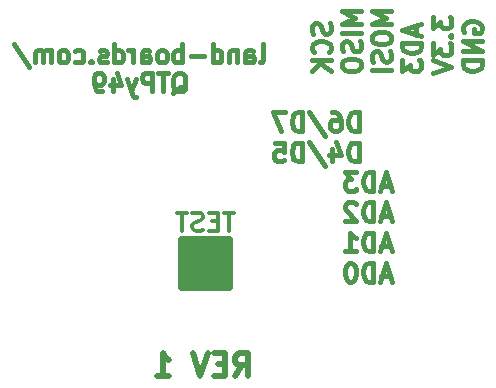
<source format=gbo>
%TF.GenerationSoftware,KiCad,Pcbnew,(6.0.1)*%
%TF.CreationDate,2022-06-03T05:47:02-04:00*%
%TF.ProjectId,QTPy49,51545079-3439-42e6-9b69-6361645f7063,rev?*%
%TF.SameCoordinates,Original*%
%TF.FileFunction,Legend,Bot*%
%TF.FilePolarity,Positive*%
%FSLAX46Y46*%
G04 Gerber Fmt 4.6, Leading zero omitted, Abs format (unit mm)*
G04 Created by KiCad (PCBNEW (6.0.1)) date 2022-06-03 05:47:02*
%MOMM*%
%LPD*%
G01*
G04 APERTURE LIST*
%ADD10C,0.396875*%
%ADD11C,0.476250*%
%ADD12C,0.381000*%
%ADD13C,0.304800*%
%ADD14C,0.650000*%
G04 APERTURE END LIST*
D10*
X32450154Y-17750989D02*
X32525749Y-17977775D01*
X32525749Y-18355751D01*
X32450154Y-18506941D01*
X32374559Y-18582537D01*
X32223368Y-18658132D01*
X32072178Y-18658132D01*
X31920987Y-18582537D01*
X31845392Y-18506941D01*
X31769797Y-18355751D01*
X31694202Y-18053370D01*
X31618606Y-17902179D01*
X31543011Y-17826584D01*
X31391821Y-17750989D01*
X31240630Y-17750989D01*
X31089440Y-17826584D01*
X31013845Y-17902179D01*
X30938249Y-18053370D01*
X30938249Y-18431346D01*
X31013845Y-18658132D01*
X32374559Y-20245632D02*
X32450154Y-20170037D01*
X32525749Y-19943251D01*
X32525749Y-19792060D01*
X32450154Y-19565275D01*
X32298964Y-19414084D01*
X32147773Y-19338489D01*
X31845392Y-19262894D01*
X31618606Y-19262894D01*
X31316225Y-19338489D01*
X31165035Y-19414084D01*
X31013845Y-19565275D01*
X30938249Y-19792060D01*
X30938249Y-19943251D01*
X31013845Y-20170037D01*
X31089440Y-20245632D01*
X32525749Y-20925989D02*
X30938249Y-20925989D01*
X32525749Y-21833132D02*
X31618606Y-21152775D01*
X30938249Y-21833132D02*
X31845392Y-20925989D01*
X35081624Y-16768251D02*
X33494124Y-16768251D01*
X34628053Y-17297418D01*
X33494124Y-17826584D01*
X35081624Y-17826584D01*
X35081624Y-18582537D02*
X33494124Y-18582537D01*
X35006029Y-19262894D02*
X35081624Y-19489679D01*
X35081624Y-19867656D01*
X35006029Y-20018846D01*
X34930434Y-20094441D01*
X34779243Y-20170037D01*
X34628053Y-20170037D01*
X34476862Y-20094441D01*
X34401267Y-20018846D01*
X34325672Y-19867656D01*
X34250077Y-19565275D01*
X34174481Y-19414084D01*
X34098886Y-19338489D01*
X33947696Y-19262894D01*
X33796505Y-19262894D01*
X33645315Y-19338489D01*
X33569720Y-19414084D01*
X33494124Y-19565275D01*
X33494124Y-19943251D01*
X33569720Y-20170037D01*
X33494124Y-21152775D02*
X33494124Y-21455156D01*
X33569720Y-21606346D01*
X33720910Y-21757537D01*
X34023291Y-21833132D01*
X34552458Y-21833132D01*
X34854839Y-21757537D01*
X35006029Y-21606346D01*
X35081624Y-21455156D01*
X35081624Y-21152775D01*
X35006029Y-21001584D01*
X34854839Y-20850394D01*
X34552458Y-20774798D01*
X34023291Y-20774798D01*
X33720910Y-20850394D01*
X33569720Y-21001584D01*
X33494124Y-21152775D01*
X37637499Y-16768251D02*
X36049999Y-16768251D01*
X37183928Y-17297418D01*
X36049999Y-17826584D01*
X37637499Y-17826584D01*
X36049999Y-18884918D02*
X36049999Y-19187298D01*
X36125595Y-19338489D01*
X36276785Y-19489679D01*
X36579166Y-19565275D01*
X37108333Y-19565275D01*
X37410714Y-19489679D01*
X37561904Y-19338489D01*
X37637499Y-19187298D01*
X37637499Y-18884918D01*
X37561904Y-18733727D01*
X37410714Y-18582537D01*
X37108333Y-18506941D01*
X36579166Y-18506941D01*
X36276785Y-18582537D01*
X36125595Y-18733727D01*
X36049999Y-18884918D01*
X37561904Y-20170037D02*
X37637499Y-20396822D01*
X37637499Y-20774798D01*
X37561904Y-20925989D01*
X37486309Y-21001584D01*
X37335118Y-21077179D01*
X37183928Y-21077179D01*
X37032737Y-21001584D01*
X36957142Y-20925989D01*
X36881547Y-20774798D01*
X36805952Y-20472418D01*
X36730356Y-20321227D01*
X36654761Y-20245632D01*
X36503571Y-20170037D01*
X36352380Y-20170037D01*
X36201190Y-20245632D01*
X36125595Y-20321227D01*
X36049999Y-20472418D01*
X36049999Y-20850394D01*
X36125595Y-21077179D01*
X37637499Y-21757537D02*
X36049999Y-21757537D01*
X39739803Y-17977775D02*
X39739803Y-18733727D01*
X40193374Y-17826584D02*
X38605874Y-18355751D01*
X40193374Y-18884918D01*
X40193374Y-19414084D02*
X38605874Y-19414084D01*
X38605874Y-19792060D01*
X38681470Y-20018846D01*
X38832660Y-20170037D01*
X38983850Y-20245632D01*
X39286231Y-20321227D01*
X39513017Y-20321227D01*
X39815398Y-20245632D01*
X39966589Y-20170037D01*
X40117779Y-20018846D01*
X40193374Y-19792060D01*
X40193374Y-19414084D01*
X38605874Y-20850394D02*
X38605874Y-21833132D01*
X39210636Y-21303965D01*
X39210636Y-21530751D01*
X39286231Y-21681941D01*
X39361827Y-21757537D01*
X39513017Y-21833132D01*
X39890993Y-21833132D01*
X40042184Y-21757537D01*
X40117779Y-21681941D01*
X40193374Y-21530751D01*
X40193374Y-21077179D01*
X40117779Y-20925989D01*
X40042184Y-20850394D01*
X41161749Y-17221822D02*
X41161749Y-18204560D01*
X41766511Y-17675394D01*
X41766511Y-17902179D01*
X41842106Y-18053370D01*
X41917702Y-18128965D01*
X42068892Y-18204560D01*
X42446868Y-18204560D01*
X42598059Y-18128965D01*
X42673654Y-18053370D01*
X42749249Y-17902179D01*
X42749249Y-17448608D01*
X42673654Y-17297418D01*
X42598059Y-17221822D01*
X42598059Y-18884918D02*
X42673654Y-18960513D01*
X42749249Y-18884918D01*
X42673654Y-18809322D01*
X42598059Y-18884918D01*
X42749249Y-18884918D01*
X41161749Y-19489679D02*
X41161749Y-20472418D01*
X41766511Y-19943251D01*
X41766511Y-20170037D01*
X41842106Y-20321227D01*
X41917702Y-20396822D01*
X42068892Y-20472418D01*
X42446868Y-20472418D01*
X42598059Y-20396822D01*
X42673654Y-20321227D01*
X42749249Y-20170037D01*
X42749249Y-19716465D01*
X42673654Y-19565275D01*
X42598059Y-19489679D01*
X41161749Y-20925989D02*
X42749249Y-21455156D01*
X41161749Y-21984322D01*
X43793220Y-18506941D02*
X43717624Y-18355751D01*
X43717624Y-18128965D01*
X43793220Y-17902179D01*
X43944410Y-17750989D01*
X44095600Y-17675394D01*
X44397981Y-17599798D01*
X44624767Y-17599798D01*
X44927148Y-17675394D01*
X45078339Y-17750989D01*
X45229529Y-17902179D01*
X45305124Y-18128965D01*
X45305124Y-18280156D01*
X45229529Y-18506941D01*
X45153934Y-18582537D01*
X44624767Y-18582537D01*
X44624767Y-18280156D01*
X45305124Y-19262894D02*
X43717624Y-19262894D01*
X45305124Y-20170037D01*
X43717624Y-20170037D01*
X45305124Y-20925989D02*
X43717624Y-20925989D01*
X43717624Y-21303965D01*
X43793220Y-21530751D01*
X43944410Y-21681941D01*
X44095600Y-21757537D01*
X44397981Y-21833132D01*
X44624767Y-21833132D01*
X44927148Y-21757537D01*
X45078339Y-21681941D01*
X45229529Y-21530751D01*
X45305124Y-21303965D01*
X45305124Y-20925989D01*
D11*
X24408710Y-47639267D02*
X25043710Y-46732124D01*
X25497282Y-47639267D02*
X25497282Y-45734267D01*
X24771567Y-45734267D01*
X24590139Y-45824982D01*
X24499424Y-45915696D01*
X24408710Y-46097124D01*
X24408710Y-46369267D01*
X24499424Y-46550696D01*
X24590139Y-46641410D01*
X24771567Y-46732124D01*
X25497282Y-46732124D01*
X23592282Y-46641410D02*
X22957282Y-46641410D01*
X22685139Y-47639267D02*
X23592282Y-47639267D01*
X23592282Y-45734267D01*
X22685139Y-45734267D01*
X22140853Y-45734267D02*
X21505853Y-47639267D01*
X20870853Y-45734267D01*
X17786567Y-47639267D02*
X18875139Y-47639267D01*
X18330853Y-47639267D02*
X18330853Y-45734267D01*
X18512282Y-46006410D01*
X18693710Y-46187839D01*
X18875139Y-46278553D01*
D12*
X26549567Y-21094090D02*
X26694710Y-21021519D01*
X26767282Y-20876376D01*
X26767282Y-19570090D01*
X25315853Y-21094090D02*
X25315853Y-20295804D01*
X25388424Y-20150662D01*
X25533567Y-20078090D01*
X25823853Y-20078090D01*
X25968996Y-20150662D01*
X25315853Y-21021519D02*
X25460996Y-21094090D01*
X25823853Y-21094090D01*
X25968996Y-21021519D01*
X26041567Y-20876376D01*
X26041567Y-20731233D01*
X25968996Y-20586090D01*
X25823853Y-20513519D01*
X25460996Y-20513519D01*
X25315853Y-20440947D01*
X24590139Y-20078090D02*
X24590139Y-21094090D01*
X24590139Y-20223233D02*
X24517567Y-20150662D01*
X24372424Y-20078090D01*
X24154710Y-20078090D01*
X24009567Y-20150662D01*
X23936996Y-20295804D01*
X23936996Y-21094090D01*
X22558139Y-21094090D02*
X22558139Y-19570090D01*
X22558139Y-21021519D02*
X22703282Y-21094090D01*
X22993567Y-21094090D01*
X23138710Y-21021519D01*
X23211282Y-20948947D01*
X23283853Y-20803804D01*
X23283853Y-20368376D01*
X23211282Y-20223233D01*
X23138710Y-20150662D01*
X22993567Y-20078090D01*
X22703282Y-20078090D01*
X22558139Y-20150662D01*
X21832424Y-20513519D02*
X20671282Y-20513519D01*
X19945567Y-21094090D02*
X19945567Y-19570090D01*
X19945567Y-20150662D02*
X19800424Y-20078090D01*
X19510139Y-20078090D01*
X19364996Y-20150662D01*
X19292424Y-20223233D01*
X19219853Y-20368376D01*
X19219853Y-20803804D01*
X19292424Y-20948947D01*
X19364996Y-21021519D01*
X19510139Y-21094090D01*
X19800424Y-21094090D01*
X19945567Y-21021519D01*
X18348996Y-21094090D02*
X18494139Y-21021519D01*
X18566710Y-20948947D01*
X18639282Y-20803804D01*
X18639282Y-20368376D01*
X18566710Y-20223233D01*
X18494139Y-20150662D01*
X18348996Y-20078090D01*
X18131282Y-20078090D01*
X17986139Y-20150662D01*
X17913567Y-20223233D01*
X17840996Y-20368376D01*
X17840996Y-20803804D01*
X17913567Y-20948947D01*
X17986139Y-21021519D01*
X18131282Y-21094090D01*
X18348996Y-21094090D01*
X16534710Y-21094090D02*
X16534710Y-20295804D01*
X16607282Y-20150662D01*
X16752424Y-20078090D01*
X17042710Y-20078090D01*
X17187853Y-20150662D01*
X16534710Y-21021519D02*
X16679853Y-21094090D01*
X17042710Y-21094090D01*
X17187853Y-21021519D01*
X17260424Y-20876376D01*
X17260424Y-20731233D01*
X17187853Y-20586090D01*
X17042710Y-20513519D01*
X16679853Y-20513519D01*
X16534710Y-20440947D01*
X15808996Y-21094090D02*
X15808996Y-20078090D01*
X15808996Y-20368376D02*
X15736424Y-20223233D01*
X15663853Y-20150662D01*
X15518710Y-20078090D01*
X15373567Y-20078090D01*
X14212424Y-21094090D02*
X14212424Y-19570090D01*
X14212424Y-21021519D02*
X14357567Y-21094090D01*
X14647853Y-21094090D01*
X14792996Y-21021519D01*
X14865567Y-20948947D01*
X14938139Y-20803804D01*
X14938139Y-20368376D01*
X14865567Y-20223233D01*
X14792996Y-20150662D01*
X14647853Y-20078090D01*
X14357567Y-20078090D01*
X14212424Y-20150662D01*
X13559282Y-21021519D02*
X13414139Y-21094090D01*
X13123853Y-21094090D01*
X12978710Y-21021519D01*
X12906139Y-20876376D01*
X12906139Y-20803804D01*
X12978710Y-20658662D01*
X13123853Y-20586090D01*
X13341567Y-20586090D01*
X13486710Y-20513519D01*
X13559282Y-20368376D01*
X13559282Y-20295804D01*
X13486710Y-20150662D01*
X13341567Y-20078090D01*
X13123853Y-20078090D01*
X12978710Y-20150662D01*
X12252996Y-20948947D02*
X12180424Y-21021519D01*
X12252996Y-21094090D01*
X12325567Y-21021519D01*
X12252996Y-20948947D01*
X12252996Y-21094090D01*
X10874139Y-21021519D02*
X11019282Y-21094090D01*
X11309567Y-21094090D01*
X11454710Y-21021519D01*
X11527282Y-20948947D01*
X11599853Y-20803804D01*
X11599853Y-20368376D01*
X11527282Y-20223233D01*
X11454710Y-20150662D01*
X11309567Y-20078090D01*
X11019282Y-20078090D01*
X10874139Y-20150662D01*
X10003282Y-21094090D02*
X10148424Y-21021519D01*
X10220996Y-20948947D01*
X10293567Y-20803804D01*
X10293567Y-20368376D01*
X10220996Y-20223233D01*
X10148424Y-20150662D01*
X10003282Y-20078090D01*
X9785567Y-20078090D01*
X9640424Y-20150662D01*
X9567853Y-20223233D01*
X9495282Y-20368376D01*
X9495282Y-20803804D01*
X9567853Y-20948947D01*
X9640424Y-21021519D01*
X9785567Y-21094090D01*
X10003282Y-21094090D01*
X8842139Y-21094090D02*
X8842139Y-20078090D01*
X8842139Y-20223233D02*
X8769567Y-20150662D01*
X8624424Y-20078090D01*
X8406710Y-20078090D01*
X8261567Y-20150662D01*
X8188996Y-20295804D01*
X8188996Y-21094090D01*
X8188996Y-20295804D02*
X8116424Y-20150662D01*
X7971282Y-20078090D01*
X7753567Y-20078090D01*
X7608424Y-20150662D01*
X7535853Y-20295804D01*
X7535853Y-21094090D01*
X5721567Y-19497519D02*
X7027853Y-21456947D01*
X19147282Y-23692873D02*
X19292424Y-23620302D01*
X19437567Y-23475159D01*
X19655282Y-23257444D01*
X19800424Y-23184873D01*
X19945567Y-23184873D01*
X19872996Y-23547730D02*
X20018139Y-23475159D01*
X20163282Y-23330016D01*
X20235853Y-23039730D01*
X20235853Y-22531730D01*
X20163282Y-22241444D01*
X20018139Y-22096302D01*
X19872996Y-22023730D01*
X19582710Y-22023730D01*
X19437567Y-22096302D01*
X19292424Y-22241444D01*
X19219853Y-22531730D01*
X19219853Y-23039730D01*
X19292424Y-23330016D01*
X19437567Y-23475159D01*
X19582710Y-23547730D01*
X19872996Y-23547730D01*
X18784424Y-22023730D02*
X17913567Y-22023730D01*
X18348996Y-23547730D02*
X18348996Y-22023730D01*
X17405567Y-23547730D02*
X17405567Y-22023730D01*
X16824996Y-22023730D01*
X16679853Y-22096302D01*
X16607282Y-22168873D01*
X16534710Y-22314016D01*
X16534710Y-22531730D01*
X16607282Y-22676873D01*
X16679853Y-22749444D01*
X16824996Y-22822016D01*
X17405567Y-22822016D01*
X16026710Y-22531730D02*
X15663853Y-23547730D01*
X15300996Y-22531730D02*
X15663853Y-23547730D01*
X15808996Y-23910587D01*
X15881567Y-23983159D01*
X16026710Y-24055730D01*
X14067282Y-22531730D02*
X14067282Y-23547730D01*
X14430139Y-21951159D02*
X14792996Y-23039730D01*
X13849567Y-23039730D01*
X13196424Y-23547730D02*
X12906139Y-23547730D01*
X12760996Y-23475159D01*
X12688424Y-23402587D01*
X12543282Y-23184873D01*
X12470710Y-22894587D01*
X12470710Y-22314016D01*
X12543282Y-22168873D01*
X12615853Y-22096302D01*
X12760996Y-22023730D01*
X13051282Y-22023730D01*
X13196424Y-22096302D01*
X13268996Y-22168873D01*
X13341567Y-22314016D01*
X13341567Y-22676873D01*
X13268996Y-22822016D01*
X13196424Y-22894587D01*
X13051282Y-22967159D01*
X12760996Y-22967159D01*
X12615853Y-22894587D01*
X12543282Y-22822016D01*
X12470710Y-22676873D01*
D10*
X34892258Y-26913699D02*
X34892258Y-25326199D01*
X34514282Y-25326199D01*
X34287496Y-25401795D01*
X34136305Y-25552985D01*
X34060710Y-25704175D01*
X33985115Y-26006556D01*
X33985115Y-26233342D01*
X34060710Y-26535723D01*
X34136305Y-26686914D01*
X34287496Y-26838104D01*
X34514282Y-26913699D01*
X34892258Y-26913699D01*
X32624401Y-25326199D02*
X32926782Y-25326199D01*
X33077972Y-25401795D01*
X33153567Y-25477390D01*
X33304758Y-25704175D01*
X33380353Y-26006556D01*
X33380353Y-26611318D01*
X33304758Y-26762509D01*
X33229162Y-26838104D01*
X33077972Y-26913699D01*
X32775591Y-26913699D01*
X32624401Y-26838104D01*
X32548805Y-26762509D01*
X32473210Y-26611318D01*
X32473210Y-26233342D01*
X32548805Y-26082152D01*
X32624401Y-26006556D01*
X32775591Y-25930961D01*
X33077972Y-25930961D01*
X33229162Y-26006556D01*
X33304758Y-26082152D01*
X33380353Y-26233342D01*
X30658924Y-25250604D02*
X32019639Y-27291675D01*
X30129758Y-26913699D02*
X30129758Y-25326199D01*
X29751782Y-25326199D01*
X29524996Y-25401795D01*
X29373805Y-25552985D01*
X29298210Y-25704175D01*
X29222615Y-26006556D01*
X29222615Y-26233342D01*
X29298210Y-26535723D01*
X29373805Y-26686914D01*
X29524996Y-26838104D01*
X29751782Y-26913699D01*
X30129758Y-26913699D01*
X28693448Y-25326199D02*
X27635115Y-25326199D01*
X28315472Y-26913699D01*
X34892258Y-29469574D02*
X34892258Y-27882074D01*
X34514282Y-27882074D01*
X34287496Y-27957670D01*
X34136305Y-28108860D01*
X34060710Y-28260050D01*
X33985115Y-28562431D01*
X33985115Y-28789217D01*
X34060710Y-29091598D01*
X34136305Y-29242789D01*
X34287496Y-29393979D01*
X34514282Y-29469574D01*
X34892258Y-29469574D01*
X32624401Y-28411241D02*
X32624401Y-29469574D01*
X33002377Y-27806479D02*
X33380353Y-28940408D01*
X32397615Y-28940408D01*
X30658924Y-27806479D02*
X32019639Y-29847550D01*
X30129758Y-29469574D02*
X30129758Y-27882074D01*
X29751782Y-27882074D01*
X29524996Y-27957670D01*
X29373805Y-28108860D01*
X29298210Y-28260050D01*
X29222615Y-28562431D01*
X29222615Y-28789217D01*
X29298210Y-29091598D01*
X29373805Y-29242789D01*
X29524996Y-29393979D01*
X29751782Y-29469574D01*
X30129758Y-29469574D01*
X27786305Y-27882074D02*
X28542258Y-27882074D01*
X28617853Y-28638027D01*
X28542258Y-28562431D01*
X28391067Y-28486836D01*
X28013091Y-28486836D01*
X27861901Y-28562431D01*
X27786305Y-28638027D01*
X27710710Y-28789217D01*
X27710710Y-29167193D01*
X27786305Y-29318384D01*
X27861901Y-29393979D01*
X28013091Y-29469574D01*
X28391067Y-29469574D01*
X28542258Y-29393979D01*
X28617853Y-29318384D01*
X37584960Y-31524253D02*
X36829008Y-31524253D01*
X37736151Y-31977824D02*
X37206984Y-30390324D01*
X36677817Y-31977824D01*
X36148651Y-31977824D02*
X36148651Y-30390324D01*
X35770674Y-30390324D01*
X35543889Y-30465920D01*
X35392698Y-30617110D01*
X35317103Y-30768300D01*
X35241508Y-31070681D01*
X35241508Y-31297467D01*
X35317103Y-31599848D01*
X35392698Y-31751039D01*
X35543889Y-31902229D01*
X35770674Y-31977824D01*
X36148651Y-31977824D01*
X34712341Y-30390324D02*
X33729603Y-30390324D01*
X34258770Y-30995086D01*
X34031984Y-30995086D01*
X33880793Y-31070681D01*
X33805198Y-31146277D01*
X33729603Y-31297467D01*
X33729603Y-31675443D01*
X33805198Y-31826634D01*
X33880793Y-31902229D01*
X34031984Y-31977824D01*
X34485555Y-31977824D01*
X34636746Y-31902229D01*
X34712341Y-31826634D01*
X37584960Y-34080128D02*
X36829008Y-34080128D01*
X37736151Y-34533699D02*
X37206984Y-32946199D01*
X36677817Y-34533699D01*
X36148651Y-34533699D02*
X36148651Y-32946199D01*
X35770674Y-32946199D01*
X35543889Y-33021795D01*
X35392698Y-33172985D01*
X35317103Y-33324175D01*
X35241508Y-33626556D01*
X35241508Y-33853342D01*
X35317103Y-34155723D01*
X35392698Y-34306914D01*
X35543889Y-34458104D01*
X35770674Y-34533699D01*
X36148651Y-34533699D01*
X34636746Y-33097390D02*
X34561151Y-33021795D01*
X34409960Y-32946199D01*
X34031984Y-32946199D01*
X33880793Y-33021795D01*
X33805198Y-33097390D01*
X33729603Y-33248580D01*
X33729603Y-33399771D01*
X33805198Y-33626556D01*
X34712341Y-34533699D01*
X33729603Y-34533699D01*
X37584960Y-36636003D02*
X36829008Y-36636003D01*
X37736151Y-37089574D02*
X37206984Y-35502074D01*
X36677817Y-37089574D01*
X36148651Y-37089574D02*
X36148651Y-35502074D01*
X35770674Y-35502074D01*
X35543889Y-35577670D01*
X35392698Y-35728860D01*
X35317103Y-35880050D01*
X35241508Y-36182431D01*
X35241508Y-36409217D01*
X35317103Y-36711598D01*
X35392698Y-36862789D01*
X35543889Y-37013979D01*
X35770674Y-37089574D01*
X36148651Y-37089574D01*
X33729603Y-37089574D02*
X34636746Y-37089574D01*
X34183174Y-37089574D02*
X34183174Y-35502074D01*
X34334365Y-35728860D01*
X34485555Y-35880050D01*
X34636746Y-35955646D01*
X37584960Y-39191878D02*
X36829008Y-39191878D01*
X37736151Y-39645449D02*
X37206984Y-38057949D01*
X36677817Y-39645449D01*
X36148651Y-39645449D02*
X36148651Y-38057949D01*
X35770674Y-38057949D01*
X35543889Y-38133545D01*
X35392698Y-38284735D01*
X35317103Y-38435925D01*
X35241508Y-38738306D01*
X35241508Y-38965092D01*
X35317103Y-39267473D01*
X35392698Y-39418664D01*
X35543889Y-39569854D01*
X35770674Y-39645449D01*
X36148651Y-39645449D01*
X34258770Y-38057949D02*
X34107579Y-38057949D01*
X33956389Y-38133545D01*
X33880793Y-38209140D01*
X33805198Y-38360330D01*
X33729603Y-38662711D01*
X33729603Y-39040687D01*
X33805198Y-39343068D01*
X33880793Y-39494259D01*
X33956389Y-39569854D01*
X34107579Y-39645449D01*
X34258770Y-39645449D01*
X34409960Y-39569854D01*
X34485555Y-39494259D01*
X34561151Y-39343068D01*
X34636746Y-39040687D01*
X34636746Y-38662711D01*
X34561151Y-38360330D01*
X34485555Y-38209140D01*
X34409960Y-38133545D01*
X34258770Y-38057949D01*
D13*
%TO.C,TEST*%
X24372424Y-33806910D02*
X23501567Y-33806910D01*
X23936996Y-35330910D02*
X23936996Y-33806910D01*
X22993567Y-34532624D02*
X22485567Y-34532624D01*
X22267853Y-35330910D02*
X22993567Y-35330910D01*
X22993567Y-33806910D01*
X22267853Y-33806910D01*
X21687282Y-35258339D02*
X21469567Y-35330910D01*
X21106710Y-35330910D01*
X20961567Y-35258339D01*
X20888996Y-35185767D01*
X20816424Y-35040624D01*
X20816424Y-34895482D01*
X20888996Y-34750339D01*
X20961567Y-34677767D01*
X21106710Y-34605196D01*
X21396996Y-34532624D01*
X21542139Y-34460053D01*
X21614710Y-34387482D01*
X21687282Y-34242339D01*
X21687282Y-34097196D01*
X21614710Y-33952053D01*
X21542139Y-33879482D01*
X21396996Y-33806910D01*
X21034139Y-33806910D01*
X20816424Y-33879482D01*
X20380996Y-33806910D02*
X19510139Y-33806910D01*
X19945567Y-35330910D02*
X19945567Y-33806910D01*
D14*
X23941282Y-36641482D02*
X23941282Y-37141482D01*
X19941282Y-37641482D02*
X23941282Y-37641482D01*
X19941282Y-39141482D02*
X19941282Y-39641482D01*
X19941282Y-36141482D02*
X23941282Y-36141482D01*
X19941282Y-38141482D02*
X19941282Y-38641482D01*
X23941282Y-37141482D02*
X19941282Y-37141482D01*
X19941282Y-39641482D02*
X23941282Y-39641482D01*
X19941282Y-37141482D02*
X19941282Y-37641482D01*
X23941282Y-38141482D02*
X19941282Y-38141482D01*
X19941282Y-36141482D02*
X19941282Y-36641482D01*
X23941282Y-40141482D02*
X19941282Y-40141482D01*
X19941282Y-40141482D02*
X19941282Y-36141482D01*
X23941282Y-38641482D02*
X23941282Y-39141482D01*
X23941282Y-39141482D02*
X19941282Y-39141482D01*
X19941282Y-36641482D02*
X23941282Y-36641482D01*
X23441282Y-38641482D02*
X23941282Y-38641482D01*
X23941282Y-36141482D02*
X23941282Y-40141482D01*
X19941282Y-38641482D02*
X23441282Y-38641482D01*
X23941282Y-37641482D02*
X23941282Y-38141482D01*
%TD*%
M02*

</source>
